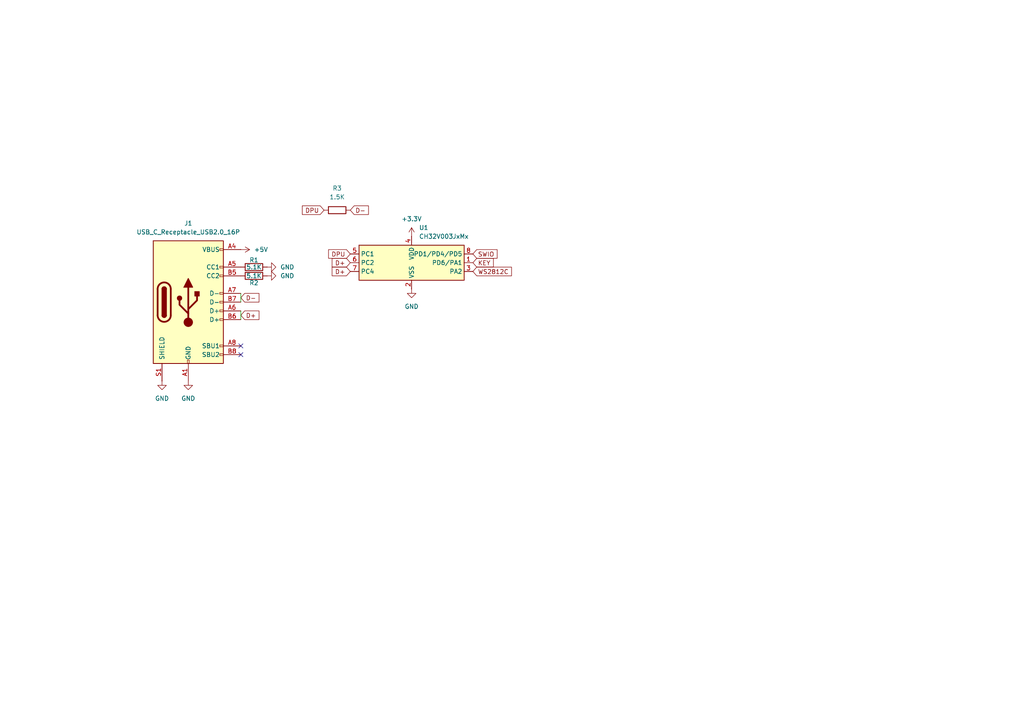
<source format=kicad_sch>
(kicad_sch (version 20250114) (generator "eeschema") (generator_version "9.0")
  (paper "A4")
  (lib_symbols
    (symbol "Connector:USB_C_Receptacle_USB2.0_16P" (pin_names (offset 1.016))
      (property "Reference" "J" (at 0 22.225 0))
      (property "Value" "USB_C_Receptacle_USB2.0_16P" (at 0 19.685 0))
      (symbol "USB_C_Receptacle_USB2.0_16P_0_0"
        (rectangle (start -0.254 -17.78) (end 0.254 -16.764))
        (rectangle (start 10.16 15.494) (end 9.144 14.986))
        (rectangle (start 10.16 10.414) (end 9.144 9.906))
        (rectangle (start 10.16 7.874) (end 9.144 7.366))
        (rectangle (start 10.16 2.794) (end 9.144 2.286))
        (rectangle (start 10.16 0.254) (end 9.144 -0.254))
        (rectangle (start 10.16 -2.286) (end 9.144 -2.794))
        (rectangle (start 10.16 -4.826) (end 9.144 -5.334))
        (rectangle (start 10.16 -12.446) (end 9.144 -12.954))
        (rectangle (start 10.16 -14.986) (end 9.144 -15.494))
      )
      (symbol "USB_C_Receptacle_USB2.0_16P_0_1"
        (rectangle (start -10.16 17.78) (end 10.16 -17.78) (stroke (width 0.254)) (fill (type background)))
        (polyline (pts (xy -8.89 -3.81) (xy -8.89 3.81)) (stroke (width 0.508)))
        (rectangle (start -7.62 -3.81) (end -6.35 3.81) (stroke (width 0.254)) (fill (type outline)))
        (arc (start -7.62 3.81) (mid -6.985 4.4423) (end -6.35 3.81) (stroke (width 0.254)))
        (arc (start -7.62 3.81) (mid -6.985 4.4423) (end -6.35 3.81) (stroke (width 0.254)) (fill (type outline)))
        (arc (start -8.89 3.81) (mid -6.985 5.7067) (end -5.08 3.81) (stroke (width 0.508)))
        (arc (start -5.08 -3.81) (mid -6.985 -5.7067) (end -8.89 -3.81) (stroke (width 0.508)))
        (arc (start -6.35 -3.81) (mid -6.985 -4.4423) (end -7.62 -3.81) (stroke (width 0.254)))
        (arc (start -6.35 -3.81) (mid -6.985 -4.4423) (end -7.62 -3.81) (stroke (width 0.254)) (fill (type outline)))
        (polyline (pts (xy -5.08 3.81) (xy -5.08 -3.81)) (stroke (width 0.508)))
        (circle (center -2.54 1.143) (radius 0.635) (stroke (width 0.254)) (fill (type outline)))
        (polyline (pts (xy -1.27 4.318) (xy 0 6.858) (xy 1.27 4.318) (xy -1.27 4.318)) (stroke (width 0.254)) (fill (type outline)))
        (polyline (pts (xy 0 -2.032) (xy 2.54 0.508) (xy 2.54 1.778)) (stroke (width 0.508)))
        (polyline (pts (xy 0 -3.302) (xy -2.54 -0.762) (xy -2.54 0.508)) (stroke (width 0.508)))
        (polyline (pts (xy 0 -5.842) (xy 0 4.318)) (stroke (width 0.508)))
        (circle (center 0 -5.842) (radius 1.27) (fill (type outline)))
        (rectangle (start 1.905 1.778) (end 3.175 3.048) (stroke (width 0.254)) (fill (type outline)))
      )
      (symbol "USB_C_Receptacle_USB2.0_16P_1_1"
        (pin passive line (at -7.62 -22.86 90) (length 5.08) (name "SHIELD") (number "S1"))
        (pin passive line (at 0 -22.86 90) (length 5.08) (name "GND") (number "A1"))
        (pin passive line (at 0 -22.86 90) (length 5.08) (hide yes) (name "GND") (number "A12"))
        (pin passive line (at 0 -22.86 90) (length 5.08) (hide yes) (name "GND") (number "B1"))
        (pin passive line (at 0 -22.86 90) (length 5.08) (hide yes) (name "GND") (number "B12"))
        (pin passive line (at 15.24 15.24 180) (length 5.08) (name "VBUS") (number "A4"))
        (pin passive line (at 15.24 15.24 180) (length 5.08) (hide yes) (name "VBUS") (number "A9"))
        (pin passive line (at 15.24 15.24 180) (length 5.08) (hide yes) (name "VBUS") (number "B4"))
        (pin passive line (at 15.24 15.24 180) (length 5.08) (hide yes) (name "VBUS") (number "B9"))
        (pin bidirectional line (at 15.24 10.16 180) (length 5.08) (name "CC1") (number "A5"))
        (pin bidirectional line (at 15.24 7.62 180) (length 5.08) (name "CC2") (number "B5"))
        (pin bidirectional line (at 15.24 2.54 180) (length 5.08) (name "D-") (number "A7"))
        (pin bidirectional line (at 15.24 0 180) (length 5.08) (name "D-") (number "B7"))
        (pin bidirectional line (at 15.24 -2.54 180) (length 5.08) (name "D+") (number "A6"))
        (pin bidirectional line (at 15.24 -5.08 180) (length 5.08) (name "D+") (number "B6"))
        (pin bidirectional line (at 15.24 -12.7 180) (length 5.08) (name "SBU1") (number "A8"))
        (pin bidirectional line (at 15.24 -15.24 180) (length 5.08) (name "SBU2") (number "B8"))
      )
    )
    (symbol "Device:R" (pin_numbers (hide yes)) (pin_names (offset 0))
      (property "Reference" "R" (at 2.032 0 90))
      (property "Value" "R" (at 0 0 90))
      (symbol "R_0_1"
        (rectangle (start -1.016 -2.54) (end 1.016 2.54) (stroke (width 0.254)))
      )
      (symbol "R_1_1"
        (pin passive line (at 0 3.81 270) (length 1.27) (name "~") (number "1"))
        (pin passive line (at 0 -3.81 90) (length 1.27) (name "~") (number "2"))
      )
    )
    (symbol "MCU_WCH_RiscV:CH32V003JxMx"
      (property "Reference" "U" (at -15.24 7.62 0))
      (property "Value" "CH32V003JxMx" (at 15.24 7.62 0))
      (symbol "CH32V003JxMx_1_1"
        (rectangle (start -15.24 5.08) (end 15.24 -5.08) (stroke (width 0.254)) (fill (type background)))
        (pin bidirectional line (at -17.78 2.54 0) (length 2.54) (name "PC1") (number "5"))
        (pin bidirectional line (at -17.78 0 0) (length 2.54) (name "PC2") (number "6"))
        (pin bidirectional line (at -17.78 -2.54 0) (length 2.54) (name "PC4") (number "7"))
        (pin power_in line (at 0 7.62 270) (length 2.54) (name "VDD") (number "4"))
        (pin power_in line (at 0 -7.62 90) (length 2.54) (name "VSS") (number "2"))
        (pin bidirectional line (at 17.78 2.54 180) (length 2.54) (name "PD1/PD4/PD5") (number "8"))
        (pin bidirectional line (at 17.78 0 180) (length 2.54) (name "PD6/PA1") (number "1"))
        (pin bidirectional line (at 17.78 -2.54 180) (length 2.54) (name "PA2") (number "3"))
      )
    )
    (symbol "power:GND" (power) (pin_numbers (hide yes)) (pin_names (offset 0) (hide yes))
      (property "Value" "GND" (at 0 -3.81 0))
      (symbol "GND_0_1"
        (polyline (pts (xy 0 0) (xy 0 -1.27) (xy 1.27 -1.27) (xy 0 -2.54) (xy -1.27 -1.27) (xy 0 -1.27)))
      )
      (symbol "GND_1_1"
        (pin power_in line (at 0 0 270) (length 0) (name "~") (number "1"))
      )
    )
    (symbol "power:VCC" (power) (pin_numbers (hide yes)) (pin_names (offset 0) (hide yes))
      (property "Value" "VCC" (at 0 3.556 0))
      (symbol "VCC_0_1"
        (polyline (pts (xy -0.762 1.27) (xy 0 2.54)))
        (polyline (pts (xy 0 2.54) (xy 0.762 1.27)))
        (polyline (pts (xy 0 0) (xy 0 2.54)))
      )
      (symbol "VCC_1_1"
        (pin power_in line (at 0 0 90) (length 0) (name "~") (number "1"))
      )
    )
  )
  (no_connect (at 69.85 100.33))
  (no_connect (at 69.85 102.87))
  (wire (pts (xy 69.85 85.09) (xy 69.85 87.63)))
  (wire (pts (xy 69.85 90.17) (xy 69.85 92.71)))
  (global_label "DPU" (shape input) (at 93.98 60.96 180) (property "Intersheetrefs" "${INTERSHEET_REFS}" (effects (hide yes))))
  (global_label "D-" (shape input) (at 69.85 86.36 0) (property "Intersheetrefs" "${INTERSHEET_REFS}" (effects (hide yes))))
  (global_label "D+" (shape input) (at 101.6 78.74 180) (property "Intersheetrefs" "${INTERSHEET_REFS}" (effects (hide yes))))
  (global_label "D+" (shape input) (at 69.85 91.44 0) (property "Intersheetrefs" "${INTERSHEET_REFS}" (effects (hide yes))))
  (global_label "D-" (shape input) (at 101.6 60.96 0) (property "Intersheetrefs" "${INTERSHEET_REFS}" (effects (hide yes))))
  (global_label "SWIO" (shape input) (at 137.16 73.66 0) (property "Intersheetrefs" "${INTERSHEET_REFS}" (effects (hide yes))))
  (global_label "D+" (shape input) (at 101.6 76.2 180) (property "Intersheetrefs" "${INTERSHEET_REFS}" (effects (hide yes))))
  (global_label "DPU" (shape input) (at 101.6 73.66 180) (property "Intersheetrefs" "${INTERSHEET_REFS}" (effects (hide yes))))
  (global_label "KEY" (shape input) (at 137.16 76.2 0) (property "Intersheetrefs" "${INTERSHEET_REFS}" (effects (hide yes))))
  (global_label "WS2812C" (shape input) (at 137.16 78.74 0) (property "Intersheetrefs" "${INTERSHEET_REFS}" (effects (hide yes))))
  (symbol (lib_id "power:GND") (at 77.47 77.47 90) (unit 1)
    (property "Reference" "#PWR02" (effects (hide yes)))
    (property "Value" "GND" (at 81.28 77.4699 90) (effects (justify right)))
    (property "Description" "Power symbol creates a global label with name \"GND\" , ground" (effects (hide yes)))
  )
  (symbol (lib_id "power:VCC") (at 119.38 68.58 0) (unit 1)
    (property "Reference" "#PWR07" (effects (hide yes)))
    (property "Value" "+3.3V" (at 119.38 63.5 0))
    (property "Description" "Power symbol creates a global label with name \"VCC\"" (effects (hide yes)))
  )
  (symbol (lib_id "MCU_WCH_RiscV:CH32V003JxMx") (at 119.38 76.2 0) (unit 1)
    (property "Reference" "U1" (at 121.5233 66.04 0) (effects (justify left)))
    (property "Value" "CH32V003JxMx" (at 121.5233 68.58 0) (effects (justify left)))
    (property "Footprint" "Package_SO:JEITA_SOIC-8_3.9x4.9mm_P1.27mm" (effects (hide yes)))
    (property "Datasheet" "https://www.wch-ic.com/products/CH32V003.html" (effects (hide yes)))
    (property "Description" "CH32V003 series are industrial-grade general-purpose microcontrollers designed based on 32-bit RISC-V instruction set and architecture. It adopts QingKe V2A core, RV32EC instruction set, and supports 2 levels of interrupt nesting. The series are mounted with rich peripheral interfaces and function modules. Its internal organizational structure meets the low-cost and low-power embedded application scenarios. JEITA SOIC-8 (SOP-8)" (effects (hide yes)))
  )
  (symbol (lib_id "power:GND") (at 119.38 83.82 0) (unit 1)
    (property "Reference" "#PWR01" (effects (hide yes)))
    (property "Value" "GND" (at 119.38 88.9 0))
    (property "Description" "Power symbol creates a global label with name \"GND\" , ground" (effects (hide yes)))
  )
  (symbol (lib_id "Device:R") (at 97.79 60.96 90) (unit 1)
    (property "Reference" "R3" (at 97.79 54.61 90))
    (property "Value" "1.5K" (at 97.79 57.15 90))
    (property "Description" "Resistor" (effects (hide yes)))
  )
  (symbol (lib_id "Device:R") (at 73.66 77.47 90) (unit 1)
    (property "Reference" "R1" (at 73.66 75.438 90))
    (property "Value" "5.1K" (at 73.66 77.47 90))
    (property "Description" "Resistor" (effects (hide yes)))
  )
  (symbol (lib_id "power:GND") (at 77.47 80.01 90) (unit 1)
    (property "Reference" "#PWR03" (effects (hide yes)))
    (property "Value" "GND" (at 81.28 80.0099 90) (effects (justify right)))
    (property "Description" "Power symbol creates a global label with name \"GND\" , ground" (effects (hide yes)))
  )
  (symbol (lib_id "power:GND") (at 54.61 110.49 0) (unit 1)
    (property "Reference" "#PWR06" (effects (hide yes)))
    (property "Value" "GND" (at 54.61 115.57 0))
    (property "Description" "Power symbol creates a global label with name \"GND\" , ground" (effects (hide yes)))
  )
  (symbol (lib_id "Connector:USB_C_Receptacle_USB2.0_16P") (at 54.61 87.63 0) (unit 1)
    (property "Reference" "J1" (at 54.61 64.77 0))
    (property "Value" "USB_C_Receptacle_USB2.0_16P" (at 54.61 67.31 0))
    (property "Datasheet" "https://www.usb.org/sites/default/files/documents/usb_type-c.zip" (effects (hide yes)))
    (property "Description" "USB 2.0-only 16P Type-C Receptacle connector" (effects (hide yes)))
  )
  (symbol (lib_id "Device:R") (at 73.66 80.01 90) (unit 1)
    (property "Reference" "R2" (at 73.66 82.042 90))
    (property "Value" "5.1K" (at 73.66 80.01 90))
    (property "Description" "Resistor" (effects (hide yes)))
  )
  (symbol (lib_id "power:GND") (at 46.99 110.49 0) (unit 1)
    (property "Reference" "#PWR05" (effects (hide yes)))
    (property "Value" "GND" (at 46.99 115.57 0))
    (property "Description" "Power symbol creates a global label with name \"GND\" , ground" (effects (hide yes)))
  )
  (symbol (lib_id "power:VCC") (at 69.85 72.39 270) (unit 1)
    (property "Reference" "#PWR04" (effects (hide yes)))
    (property "Value" "+5V" (at 73.66 72.3899 90) (effects (justify left)))
    (property "Description" "Power symbol creates a global label with name \"VCC\"" (effects (hide yes)))
  )
)
</source>
